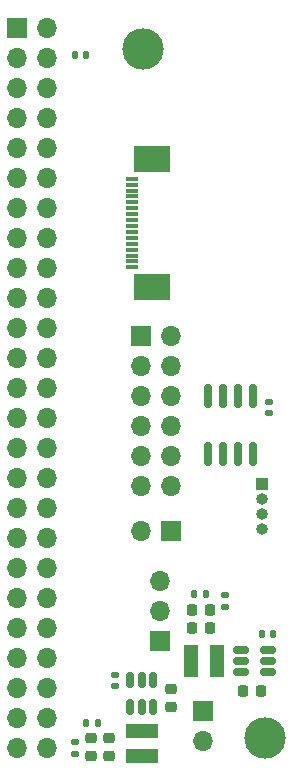
<source format=gbr>
%TF.GenerationSoftware,KiCad,Pcbnew,(6.0.4)*%
%TF.CreationDate,2023-05-23T13:29:09+09:00*%
%TF.ProjectId,BajieHeader,42616a69-6548-4656-9164-65722e6b6963,rev?*%
%TF.SameCoordinates,Original*%
%TF.FileFunction,Soldermask,Top*%
%TF.FilePolarity,Negative*%
%FSLAX46Y46*%
G04 Gerber Fmt 4.6, Leading zero omitted, Abs format (unit mm)*
G04 Created by KiCad (PCBNEW (6.0.4)) date 2023-05-23 13:29:09*
%MOMM*%
%LPD*%
G01*
G04 APERTURE LIST*
G04 Aperture macros list*
%AMRoundRect*
0 Rectangle with rounded corners*
0 $1 Rounding radius*
0 $2 $3 $4 $5 $6 $7 $8 $9 X,Y pos of 4 corners*
0 Add a 4 corners polygon primitive as box body*
4,1,4,$2,$3,$4,$5,$6,$7,$8,$9,$2,$3,0*
0 Add four circle primitives for the rounded corners*
1,1,$1+$1,$2,$3*
1,1,$1+$1,$4,$5*
1,1,$1+$1,$6,$7*
1,1,$1+$1,$8,$9*
0 Add four rect primitives between the rounded corners*
20,1,$1+$1,$2,$3,$4,$5,0*
20,1,$1+$1,$4,$5,$6,$7,0*
20,1,$1+$1,$6,$7,$8,$9,0*
20,1,$1+$1,$8,$9,$2,$3,0*%
G04 Aperture macros list end*
%ADD10R,1.700000X1.700000*%
%ADD11O,1.700000X1.700000*%
%ADD12RoundRect,0.135000X-0.135000X-0.185000X0.135000X-0.185000X0.135000X0.185000X-0.135000X0.185000X0*%
%ADD13RoundRect,0.140000X0.170000X-0.140000X0.170000X0.140000X-0.170000X0.140000X-0.170000X-0.140000X0*%
%ADD14RoundRect,0.150000X-0.512500X-0.150000X0.512500X-0.150000X0.512500X0.150000X-0.512500X0.150000X0*%
%ADD15RoundRect,0.150000X0.150000X-0.512500X0.150000X0.512500X-0.150000X0.512500X-0.150000X-0.512500X0*%
%ADD16RoundRect,0.140000X-0.140000X-0.170000X0.140000X-0.170000X0.140000X0.170000X-0.140000X0.170000X0*%
%ADD17RoundRect,0.225000X-0.250000X0.225000X-0.250000X-0.225000X0.250000X-0.225000X0.250000X0.225000X0*%
%ADD18R,1.000000X1.000000*%
%ADD19O,1.000000X1.000000*%
%ADD20C,3.500000*%
%ADD21C,2.600000*%
%ADD22RoundRect,0.135000X-0.185000X0.135000X-0.185000X-0.135000X0.185000X-0.135000X0.185000X0.135000X0*%
%ADD23RoundRect,0.140000X0.140000X0.170000X-0.140000X0.170000X-0.140000X-0.170000X0.140000X-0.170000X0*%
%ADD24RoundRect,0.225000X0.225000X0.250000X-0.225000X0.250000X-0.225000X-0.250000X0.225000X-0.250000X0*%
%ADD25R,2.800000X1.175000*%
%ADD26RoundRect,0.135000X0.185000X-0.135000X0.185000X0.135000X-0.185000X0.135000X-0.185000X-0.135000X0*%
%ADD27R,1.175000X2.800000*%
%ADD28RoundRect,0.150000X-0.150000X0.825000X-0.150000X-0.825000X0.150000X-0.825000X0.150000X0.825000X0*%
%ADD29R,1.100000X0.300000*%
%ADD30R,3.100000X2.300000*%
G04 APERTURE END LIST*
D10*
%TO.C,J1*%
X78735000Y-57155000D03*
D11*
X81275000Y-57155000D03*
X78735000Y-59695000D03*
X81275000Y-59695000D03*
X78735000Y-62235000D03*
X81275000Y-62235000D03*
X78735000Y-64775000D03*
X81275000Y-64775000D03*
X78735000Y-67315000D03*
X81275000Y-67315000D03*
X78735000Y-69855000D03*
X81275000Y-69855000D03*
X78735000Y-72395000D03*
X81275000Y-72395000D03*
X78735000Y-74935000D03*
X81275000Y-74935000D03*
X78735000Y-77475000D03*
X81275000Y-77475000D03*
X78735000Y-80015000D03*
X81275000Y-80015000D03*
X78735000Y-82555000D03*
X81275000Y-82555000D03*
X78735000Y-85095000D03*
X81275000Y-85095000D03*
X78735000Y-87635000D03*
X81275000Y-87635000D03*
X78735000Y-90175000D03*
X81275000Y-90175000D03*
X78735000Y-92715000D03*
X81275000Y-92715000D03*
X78735000Y-95255000D03*
X81275000Y-95255000D03*
X78735000Y-97795000D03*
X81275000Y-97795000D03*
X78735000Y-100335000D03*
X81275000Y-100335000D03*
X78735000Y-102875000D03*
X81275000Y-102875000D03*
X78735000Y-105415000D03*
X81275000Y-105415000D03*
X78735000Y-107955000D03*
X81275000Y-107955000D03*
X78735000Y-110495000D03*
X81275000Y-110495000D03*
X78735000Y-113035000D03*
X81275000Y-113035000D03*
X78735000Y-115575000D03*
X81275000Y-115575000D03*
X78735000Y-118115000D03*
X81275000Y-118115000D03*
%TD*%
D12*
%TO.C,R3*%
X93698601Y-105105200D03*
X94718601Y-105105200D03*
%TD*%
D13*
%TO.C,C6*%
X87020401Y-112851599D03*
X87020401Y-111891599D03*
%TD*%
D14*
%TO.C,U2*%
X97668500Y-109768600D03*
X97668500Y-110718600D03*
X97668500Y-111668600D03*
X99943500Y-111668600D03*
X99943500Y-110718600D03*
X99943500Y-109768600D03*
%TD*%
D15*
%TO.C,U1*%
X88331000Y-114652100D03*
X89281000Y-114652100D03*
X90231000Y-114652100D03*
X90231000Y-112377100D03*
X89281000Y-112377100D03*
X88331000Y-112377100D03*
%TD*%
D16*
%TO.C,C7*%
X99469000Y-108458000D03*
X100429000Y-108458000D03*
%TD*%
D10*
%TO.C,J7*%
X90855800Y-109067600D03*
D11*
X90855800Y-106527600D03*
X90855800Y-103987600D03*
%TD*%
D17*
%TO.C,C4*%
X91795600Y-113093200D03*
X91795600Y-114643200D03*
%TD*%
D18*
%TO.C,J6*%
X99517200Y-95732600D03*
D19*
X99517200Y-97002600D03*
X99517200Y-98272600D03*
X99517200Y-99542600D03*
%TD*%
D20*
%TO.C,H2*%
X99771200Y-117221000D03*
D21*
X99771200Y-117221000D03*
%TD*%
D22*
%TO.C,R4*%
X96316800Y-105128600D03*
X96316800Y-106148600D03*
%TD*%
D10*
%TO.C,J3*%
X89199800Y-83185000D03*
D11*
X91739800Y-83185000D03*
X89199800Y-85725000D03*
X91739800Y-85725000D03*
X89199800Y-88265000D03*
X91739800Y-88265000D03*
X89199800Y-90805000D03*
X91739800Y-90805000D03*
X89199800Y-93345000D03*
X91739800Y-93345000D03*
X89199800Y-95885000D03*
X91739800Y-95885000D03*
%TD*%
D17*
%TO.C,C11*%
X84963001Y-117260799D03*
X84963001Y-118810799D03*
%TD*%
D12*
%TO.C,R2*%
X84580000Y-116001800D03*
X85600000Y-116001800D03*
%TD*%
D13*
%TO.C,C8*%
X100076000Y-89735600D03*
X100076000Y-88775600D03*
%TD*%
D20*
%TO.C,H1*%
X89433400Y-58902600D03*
D21*
X89433400Y-58902600D03*
%TD*%
D23*
%TO.C,C14*%
X83644800Y-59410600D03*
X84604800Y-59410600D03*
%TD*%
D10*
%TO.C,J5*%
X91744800Y-99745800D03*
D11*
X89204800Y-99745800D03*
%TD*%
D24*
%TO.C,C5*%
X99403200Y-113258600D03*
X97853200Y-113258600D03*
%TD*%
D25*
%TO.C,L1*%
X89281000Y-116643500D03*
X89281000Y-118818500D03*
%TD*%
D24*
%TO.C,C12*%
X95059801Y-106400599D03*
X93509801Y-106400599D03*
%TD*%
%TO.C,C10*%
X95059801Y-107950000D03*
X93509801Y-107950000D03*
%TD*%
D26*
%TO.C,R1*%
X83667600Y-118621999D03*
X83667600Y-117601999D03*
%TD*%
D17*
%TO.C,C9*%
X86512400Y-117260799D03*
X86512400Y-118810799D03*
%TD*%
D10*
%TO.C,J4*%
X94462600Y-115011200D03*
D11*
X94462600Y-117551200D03*
%TD*%
D27*
%TO.C,L2*%
X95677100Y-110718600D03*
X93502100Y-110718600D03*
%TD*%
D28*
%TO.C,U3*%
X98729800Y-88279200D03*
X97459800Y-88279200D03*
X96189800Y-88279200D03*
X94919800Y-88279200D03*
X94919800Y-93229200D03*
X96189800Y-93229200D03*
X97459800Y-93229200D03*
X98729800Y-93229200D03*
%TD*%
D29*
%TO.C,J2*%
X88439000Y-77410000D03*
X88439000Y-76910000D03*
X88439000Y-76410000D03*
X88439000Y-75910000D03*
X88439000Y-75410000D03*
X88439000Y-74910000D03*
X88439000Y-74410000D03*
X88439000Y-73910000D03*
X88439000Y-73410000D03*
X88439000Y-72910000D03*
X88439000Y-72410000D03*
X88439000Y-71910000D03*
X88439000Y-71410000D03*
X88439000Y-70910000D03*
X88439000Y-70410000D03*
X88439000Y-69910000D03*
D30*
X90139000Y-79080000D03*
X90139000Y-68240000D03*
%TD*%
M02*

</source>
